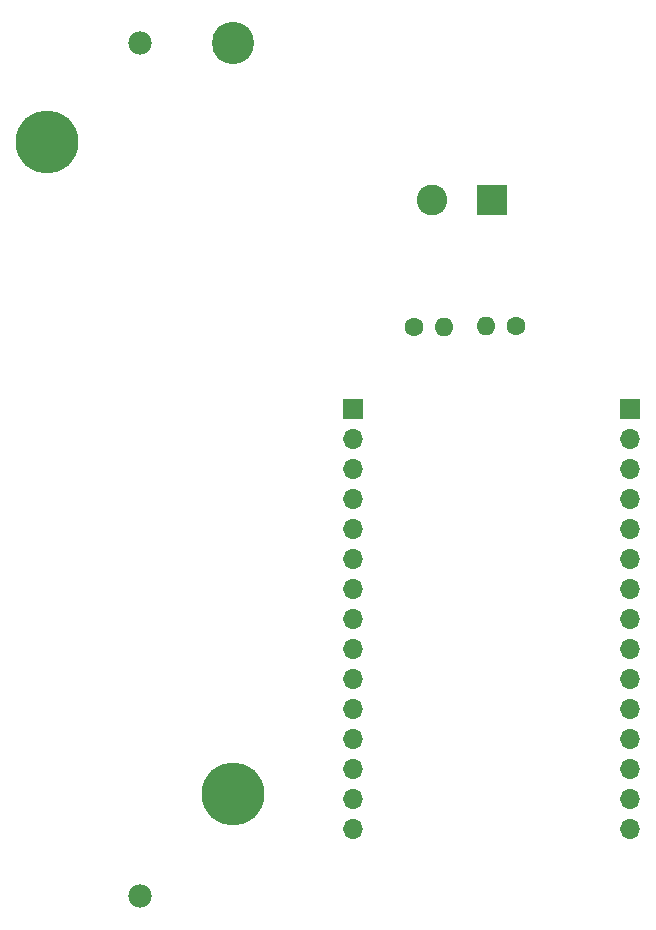
<source format=gbr>
%TF.GenerationSoftware,KiCad,Pcbnew,(6.0.0)*%
%TF.CreationDate,2022-04-22T11:48:44-07:00*%
%TF.ProjectId,Garden-Soil-MoistureSensor-Minimal,47617264-656e-42d5-936f-696c2d4d6f69,rev?*%
%TF.SameCoordinates,Original*%
%TF.FileFunction,Soldermask,Bot*%
%TF.FilePolarity,Negative*%
%FSLAX46Y46*%
G04 Gerber Fmt 4.6, Leading zero omitted, Abs format (unit mm)*
G04 Created by KiCad (PCBNEW (6.0.0)) date 2022-04-22 11:48:44*
%MOMM*%
%LPD*%
G01*
G04 APERTURE LIST*
%ADD10R,1.700000X1.700000*%
%ADD11O,1.700000X1.700000*%
%ADD12C,1.600000*%
%ADD13O,1.600000X1.600000*%
%ADD14R,2.600000X2.600000*%
%ADD15C,2.600000*%
%ADD16C,1.980000*%
%ADD17C,5.325000*%
%ADD18C,3.585000*%
G04 APERTURE END LIST*
D10*
%TO.C,J2*%
X174909169Y-87843538D03*
D11*
X174909169Y-90383538D03*
X174909169Y-92923538D03*
X174909169Y-95463538D03*
X174909169Y-98003538D03*
X174909169Y-100543538D03*
X174909169Y-103083538D03*
X174909169Y-105623538D03*
X174909169Y-108163538D03*
X174909169Y-110703538D03*
X174909169Y-113243538D03*
X174909169Y-115783538D03*
X174909169Y-118323538D03*
X174909169Y-120863538D03*
X174909169Y-123403538D03*
%TD*%
D12*
%TO.C,R2*%
X165273403Y-80822193D03*
D13*
X162733403Y-80822193D03*
%TD*%
D12*
%TO.C,R1*%
X156610887Y-80886404D03*
D13*
X159150887Y-80886404D03*
%TD*%
D14*
%TO.C,J3*%
X163229139Y-70164314D03*
D15*
X158149139Y-70164314D03*
%TD*%
D10*
%TO.C,J1*%
X151414169Y-87843538D03*
D11*
X151414169Y-90383538D03*
X151414169Y-92923538D03*
X151414169Y-95463538D03*
X151414169Y-98003538D03*
X151414169Y-100543538D03*
X151414169Y-103083538D03*
X151414169Y-105623538D03*
X151414169Y-108163538D03*
X151414169Y-110703538D03*
X151414169Y-113243538D03*
X151414169Y-115783538D03*
X151414169Y-118323538D03*
X151414169Y-120863538D03*
X151414169Y-123403538D03*
%TD*%
D16*
%TO.C,U1*%
X133410944Y-129084219D03*
X133410944Y-56884219D03*
D17*
X141280944Y-120444219D03*
D18*
X141280944Y-56884219D03*
D17*
X125540944Y-65244219D03*
%TD*%
M02*

</source>
